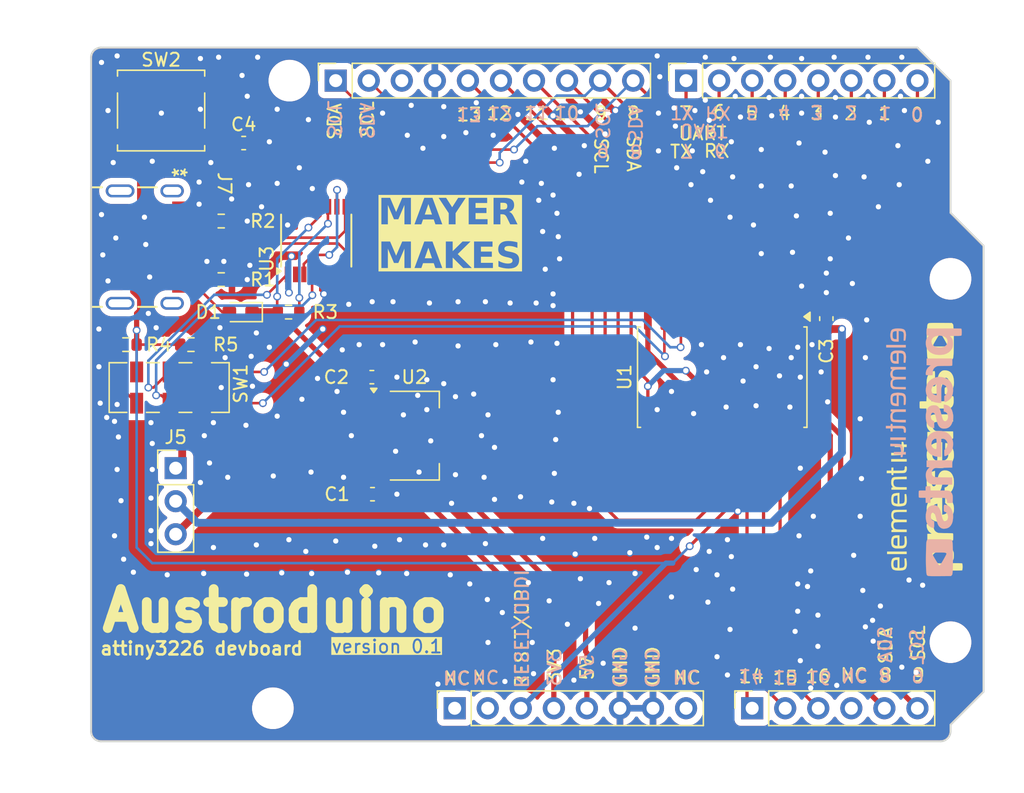
<source format=kicad_pcb>
(kicad_pcb (version 20241229) (generator "pcbnew") (generator_version "9.0")
  (title_block (title "Austroduino") (date "2025-12-09") (rev "v0.1") (company "attiny3226") (comment 1 "a dev board in Uno form factor") (comment 2 "Author: mayermakes") (comment 3 "CC-BY-SA"))
  (layers (0 "F.Cu" signal) (4 "In1.Cu" signal) (6 "In2.Cu" signal) (2 "B.Cu" signal) (13 "F.Paste" user) (15 "B.Paste" user) (5 "F.SilkS" user "F.Silkscreen") (7 "B.SilkS" user "B.Silkscreen") (1 "F.Mask" user) (3 "B.Mask" user) (25 "Edge.Cuts" user))
  (net 0 "")
  (net 1 "GND")
  (net 3 "+5V")
  (net 4 "/IOREF")
  (net 5 "V_op")
  (net 6 "/UPDI")
  (net 7 "Net-(D1-A)")
  (net 8 "/A3")
  (net 9 "/15")
  (net 10 "/16")
  (net 11 "/13")
  (net 12 "/12")
  (net 13 "/AREF")
  (net 14 "/8")
  (net 15 "/7")
  (net 16 "/*11")
  (net 17 "/*10")
  (net 18 "/*9")
  (net 19 "/4")
  (net 20 "/2")
  (net 21 "/*6")
  (net 22 "/*5")
  (net 23 "/TX{slash}1")
  (net 24 "/*3")
  (net 25 "/RX{slash}0")
  (net 26 "+3V3")
  (net 27 "VCC")
  (net 28 "/14")
  (net 30 "Net-(J7-CC1)")
  (net 32 "Net-(J7-CC2)")
  (net 33 "Net-(U3-~{RESET})")
  (net 34 "Net-(SW1B-A)")
  (net 35 "Net-(SW1B-B)")
  (net 36 "Net-(SW1A-B)")
  (net 40 "Net-(U3-3V3OUT)")
  (net 44 "/D+")
  (net 45 "/D-")
  (footprint "Connector_PinSocket_2.54mm:PinSocket_1x08_P2.54mm_Vertical" (layer "F.Cu") (at 127.94 97.46 90)
    (property "Reference" "J1" (hide yes))
    (property "Value" "Power")
  )
  (footprint "Connector_PinSocket_2.54mm:PinSocket_1x06_P2.54mm_Vertical" (layer "F.Cu") (at 150.8 97.46 90)
    (property "Reference" "J3" (hide yes))
    (property "Value" "Analog")
  )
  (footprint "Connector_PinSocket_2.54mm:PinSocket_1x10_P2.54mm_Vertical" (layer "F.Cu") (at 118.796 49.2 90)
    (property "Reference" "J2" (hide yes))
    (property "Value" "Digital/PWM")
  )
  (footprint "Connector_PinSocket_2.54mm:PinSocket_1x08_P2.54mm_Vertical" (layer "F.Cu") (at 145.72 49.2 90)
    (property "Reference" "J4" (hide yes))
    (property "Value" "Digital/PWM")
  )
  (footprint "Capacitor_SMD:C_0603_1608Metric" (layer "F.Cu") (at 121.575 72)
    (property "Reference" "C2")
    (property "Value" "10uF")
  )
  (footprint "Diode_SMD:D_0603_1608Metric_Pad1.05x0.95mm_HandSolder" (layer "F.Cu") (at 111.5 67 180)
    (property "Reference" "D1")
    (property "Value" "D_Schottky")
  )
  (footprint "footprints:2171790001_MOL" (layer "F.Cu") (at 103.5 62 -90)
    (property "Reference" "J7")
    (property "Value" "2171790001")
  )
  (footprint "Capacitor_SMD:C_0603_1608Metric" (layer "F.Cu") (at 111.725 54)
    (property "Reference" "C4")
    (property "Value" "0,1uF")
  )
  (footprint "Resistor_SMD:R_0603_1608Metric" (layer "F.Cu") (at 102.675 69.5 180)
    (property "Reference" "R4")
    (property "Value" "R")
  )
  (footprint "Resistor_SMD:R_0603_1608Metric" (layer "F.Cu") (at 115.175 67)
    (property "Reference" "R3")
    (property "Value" "100k")
  )
  (footprint "Package_TO_SOT_SMD:SOT-223-3_TabPin2" (layer "F.Cu") (at 124.85 76.5)
    (property "Reference" "U2")
    (property "Value" "MCP1825S")
  )
  (footprint "Arduino_MountingHole:MountingHole_3.2mm" (layer "F.Cu") (at 115.24 49.2)
    (property "Reference" "MH1" (hide yes))
    (property "Value" "MountingHole_3.2mm" (hide yes))
  )
  (footprint "Connector_PinHeader_2.54mm:PinHeader_1x03_P2.54mm_Vertical" (layer "F.Cu") (at 106.5 79)
    (property "Reference" "J5")
    (property "Value" "Conn_01x03_Pin")
  )
  (footprint "Package_SO:SSOP-16_3.9x4.9mm_P0.635mm" (layer "F.Cu") (at 117.3 61.5 90)
    (property "Reference" "U3")
    (property "Value" "FT230XS")
  )
  (footprint "Resistor_SMD:R_0603_1608Metric" (layer "F.Cu") (at 107.675 69.5 180)
    (property "Reference" "R5")
    (property "Value" "100k")
  )
  (footprint "Capacitor_SMD:C_0603_1608Metric" (layer "F.Cu") (at 156.5 67.5 90)
    (property "Reference" "C3")
    (property "Value" "0,1uF")
  )
  (footprint "Resistor_SMD:R_0603_1608Metric" (layer "F.Cu") (at 110 60)
    (property "Reference" "R2")
    (property "Value" "5k1")
  )
  (footprint "Package_SO:SOIC-20W_7.5x12.8mm_P1.27mm" (layer "F.Cu") (at 148.5 72 -90)
    (property "Reference" "U1")
    (property "Value" "ATtiny3226-S")
  )
  (footprint "Capacitor_SMD:C_0603_1608Metric" (layer "F.Cu") (at 121.625 81)
    (property "Reference" "C1")
    (property "Value" "10uF")
  )
  (footprint "e14 Presents KiCad Footprints:e14presents logo 20mm silk only v1" (layer "F.Cu") (at 168.109417 71.466321 90)
    (property "Reference" "Ref**" (hide yes))
    (property "Value" "Val**" (hide yes))
  )
  (footprint "Arduino_MountingHole:MountingHole_3.2mm" (layer "F.Cu") (at 113.97 97.46)
    (property "Reference" "MH2" (hide yes))
    (property "Value" "MountingHole_3.2mm" (hide yes))
  )
  (footprint "Arduino_MountingHole:MountingHole_3.2mm" (layer "F.Cu") (at 166.04 64.44)
    (property "Reference" "MH3" (hide yes))
    (property "Value" "MountingHole_3.2mm" (hide yes))
  )
  (footprint "Button_Switch_SMD:SW_SPST_EVQP0" (layer "F.Cu") (at 105.38 51.5)
    (property "Reference" "SW2")
    (property "Value" "SW_Push")
  )
  (footprint "Resistor_SMD:R_0603_1608Metric" (layer "F.Cu") (at 110 64.5)
    (property "Reference" "R1")
    (property "Value" "5k1")
  )
  (footprint "Arduino_MountingHole:MountingHole_3.2mm" (layer "F.Cu") (at 166.04 92.38)
    (property "Reference" "MH4" (hide yes))
    (property "Value" "MountingHole_3.2mm" (hide yes))
  )
  (footprint "Button_Switch_SMD:SW_DPDT_CK_JS202011JCQN" (layer "F.Cu") (at 106 72.8)
    (property "Reference" "SW1")
    (property "Value" "SW_DPDT_x2")
  )
  (footprint "e14 Presents KiCad Footprints:e14presents logo 20mm silk only v1" (layer "B.Cu") (at 168.043963 83.664327 -90)
    (property "Reference" "Ref**" (hide yes))
    (property "Value" "Val**" (hide yes))
  )
  (gr_line (start 166.04 59.36) (end 168.58 61.9) (stroke (width 0.15)) (layer "Edge.Cuts"))
  (gr_line (start 100 99.238) (end 100 47.422) (stroke (width 0.15)) (layer "Edge.Cuts"))
  (gr_line (start 168.58 61.9) (end 168.58 96.19) (stroke (width 0.15)) (layer "Edge.Cuts"))
  (gr_line (start 165.278 100) (end 100.762 100) (stroke (width 0.15)) (layer "Edge.Cuts"))
  (gr_line (start 100.762 46.66) (end 163.5 46.66) (stroke (width 0.15)) (layer "Edge.Cuts"))
  (gr_arc (start 100.762 100) (mid 100.223185 99.776815) (end 100 99.238) (stroke (width 0.15)) (layer "Edge.Cuts"))
  (gr_line (start 168.58 96.19) (end 166.04 98.73) (stroke (width 0.15)) (layer "Edge.Cuts"))
  (gr_line (start 163.5 46.66) (end 166.04 49.2) (stroke (width 0.15)) (layer "Edge.Cuts"))
  (gr_arc (start 166.04 99.238) (mid 165.816815 99.776815) (end 165.278 100) (stroke (width 0.15)) (layer "Edge.Cuts"))
  (gr_line (start 166.04 49.2) (end 166.04 59.36) (stroke (width 0.15)) (layer "Edge.Cuts"))
  (gr_line (start 166.04 98.73) (end 166.04 99.238) (stroke (width 0.15)) (layer "Edge.Cuts"))
  (gr_arc (start 100 47.422) (mid 100.223185 46.883185) (end 100.762 46.66) (stroke (width 0.15)) (layer "Edge.Cuts"))
  (gr_text "8" (at 141.1 52.3 0) (layer "F.SilkS") (effects (font (size 1 1)) (justify left bottom)))
  (gr_text "15" (at 152.3 95.7 0) (layer "F.SilkS") (effects (font (size 1 1)) (justify left bottom)))
  (gr_text "13" (at 128 52.4 0) (layer "F.SilkS") (effects (font (size 1 1)) (justify left bottom)))
  (gr_text "Austroduino" (at 100.5 91.7 0) (layer "F.SilkS") (effects (font (size 3 3) (thickness 0.75) (bold yes)) (justify left bottom)))
  (gr_text "14" (at 149.7 95.6 0) (layer "F.SilkS") (effects (font (size 1 1)) (justify left bottom)))
  (gr_text "TX" (at 144.4 55.25 0) (layer "F.SilkS") (effects (font (size 1 1)) (justify left bottom)))
  (gr_text "10" (at 135.5 52.3 0) (layer "F.SilkS") (effects (font (size 1 1)) (justify left bottom)))
  (gr_text "4" (at 152.7 52.3 0) (layer "F.SilkS") (effects (font (size 1 1)) (justify left bottom)))
  (gr_text "5V" (at 138.7 95.4 90) (layer "F.SilkS") (effects (font (size 1 1)) (justify left bottom)))
  (gr_text "UART" (at 145.05 53.85 0) (layer "F.SilkS") (effects (font (size 1 1)) (justify left bottom)))
  (gr_text "SDA" (at 119.3035 53.85 -270) (layer "F.SilkS") (effects (font (size 1 1)) (justify left bottom)))
  (gr_text "NC" (at 127 95.75 0) (layer "F.SilkS") (effects (font (size 1 1)) (justify left bottom)))
  (gr_text "11" (at 133.2 52.3 0) (layer "F.SilkS") (effects (font (size 1 1)) (justify left bottom)))
  (gr_text "6\n\n" (at 147.7 53.8 0) (layer "F.SilkS") (effects (font (size 1 1)) (justify left bottom)))
  (gr_text "SCL" (at 121.8035 53.65 -270) (layer "F.SilkS") (effects (font (size 1 1)) (justify left bottom)))
  (gr_text "0" (at 162.9 52.4 0) (layer "F.SilkS") (effects (font (size 1 1)) (justify left bottom)))
  (gr_text "2\n" (at 157.8 52.3 0) (layer "F.SilkS") (effects (font (size 1 1)) (justify left bottom)))
  (gr_text "GND" (at 141.25 95.85 90) (layer "F.SilkS") (effects (font (size 1 1)) (justify left bottom)))
  (gr_text "3V3" (at 136.2 95.7 90) (layer "F.SilkS") (effects (font (size 1 1)) (justify left bottom)))
  (gr_text "16" (at 154.8 95.6 0) (layer "F.SilkS") (effects (font (size 1 1)) (justify left bottom)))
  (gr_text "8" (at 160.5 95.5 0) (layer "F.SilkS") (effects (font (size 1 1)) (justify left bottom)))
  (gr_text "SCL" (at 138.6 53.5 270) (layer "F.SilkS") (effects (font (size 1 1)) (justify left bottom)))
  (gr_text "MAYER\nMAKES" (at 122.05 63.95 0) (layer "F.SilkS" knockout) (effects (font (size 2 2) (thickness 0.2) (bold yes)) (justify left bottom)))
  (gr_text "3" (at 155.2 52.3 0) (layer "F.SilkS") (effects (font (size 1 1)) (justify left bottom)))
  (gr_text "attiny3226 devboard" (at 100.6 93.45 0) (layer "F.SilkS") (effects (font (size 1 1) (thickness 0.2) (bold yes)) (justify left bottom)))
  (gr_text "NC" (at 157.5 95.5 0) (layer "F.SilkS") (effects (font (size 1 1)) (justify left bottom)))
  (gr_text "5" (at 150.2 52.3 0) (layer "F.SilkS") (effects (font (size 1 1)) (justify left bottom)))
  (gr_text "SCL" (at 164.15 93.95 90) (layer "F.SilkS") (effects (font (size 1 1)) (justify left bottom)))
  (gr_text "9" (at 163 95.5 0) (layer "F.SilkS") (effects (font (size 1 1)) (justify left bottom)))
  (gr_text "SDA" (at 141.1 53.3 270) (layer "F.SilkS") (effects (font (size 1 1)) (justify left bottom)))
  (gr_text "SDA" (at 161.65 94.15 90) (layer "F.SilkS") (effects (font (size 1 1)) (justify left bottom)))
  (gr_text "12" (at 130.3 52.3 0) (layer "F.SilkS") (effects (font (size 1 1)) (justify left bottom)))
  (gr_text "NC" (at 129.2 95.7 0) (layer "F.SilkS") (effects (font (size 1 1)) (justify left bottom)))
  (gr_text "9" (at 138.6 52.3 0) (layer "F.SilkS") (effects (font (size 1 1)) (justify left bottom)))
  (gr_text "1\n" (at 160.4 52.3 0) (layer "F.SilkS") (effects (font (size 1 1)) (justify left bottom)))
  (gr_text "RESET/UPDI" (at 133.7 96 90) (layer "F.SilkS") (effects (font (size 1 1)) (justify left bottom)))
  (gr_text "version 0.1" (at 118.4 93.3 0) (layer "F.SilkS" knockout) (effects (font (size 1 1)) (justify left bottom)))
  (gr_text "GND" (at 143.75 95.85 90) (layer "F.SilkS") (effects (font (size 1 1)) (justify left bottom)))
  (gr_text "7\n" (at 145.1 52.3 0) (layer "F.SilkS") (effects (font (size 1 1)) (justify left bottom)))
  (gr_text "RX" (at 147 55.2 0) (layer "F.SilkS") (effects (font (size 1 1)) (justify left bottom)))
  (gr_text "NC" (at 144.7 95.7 0) (layer "F.SilkS") (effects (font (size 1 1)) (justify left bottom)))
  (gr_text "9" (at 138.75 53.95 180) (layer "B.SilkS") (effects (font (size 1 1)) (justify left bottom mirror)))
  (gr_text "RX" (at 147.09762 51.1 180) (layer "B.SilkS") (effects (font (size 1 1)) (justify left bottom mirror)))
  (gr_text "RESET/UPDI" (at 132.45 96 270) (layer "B.SilkS") (effects (font (size 1 1)) (justify left bottom mirror)))
  (gr_text "SDA" (at 141.2 54 270) (layer "B.SilkS") (effects (font (size 1 1)) (justify left bottom mirror)))
  (gr_text "1\n" (at 160.45 51.15 180) (layer "B.SilkS") (effects (font (size 1 1)) (justify left bottom mirror)))
  (gr_text "SCL" (at 164.05 91.25 90) (layer "B.SilkS") (effects (font (size 1 1)) (justify left bottom mirror)))
  (gr_text "NC" (at 126.95 94.5 -180) (layer "B.SilkS") (effects (font (size 1 1)) (justify left bottom mirror)))
  (gr_text "11" (at 133.2 51.1 180) (layer "B.SilkS") (effects (font (size 1 1)) (justify left bottom mirror)))
  (gr_text "TX" (at 144.49762 51.05 180) (layer "B.SilkS") (effects (font (size 1 1)) (justify left bottom mirror)))
  (gr_text "12" (at 130.4 51.15 180) (layer "B.SilkS") (effects (font (size 1 1)) (justify left bottom mirror)))
  (gr_text "8" (at 141.3 54.05 180) (layer "B.SilkS") (effects (font (size 1 1)) (justify left bottom mirror)))
  (gr_text "6\n\n" (at 147.79762 52.4 180) (layer "B.SilkS") (effects (font (size 1 1)) (justify left bottom mirror)))
  (gr_text "SCL" (at 118.1 53.6 270) (layer "B.SilkS") (effects (font (size 1 1)) (justify left bottom mirror)))
  (gr_text "9" (at 162.95 94.35 180) (layer "B.SilkS") (effects (font (size 1 1)) (justify left bottom mirror)))
  (gr_text "GND" (at 141.25238 92.75 -270) (layer "B.SilkS") (effects (font (size 1 1)) (justify left bottom mirror)))
  (gr_text "13" (at 128 51.2 180) (layer "B.SilkS") (effects (font (size 1 1)) (justify left bottom mirror)))
  (gr_text "0" (at 162.9 51.2 180) (layer "B.SilkS") (effects (font (size 1 1)) (justify left bottom mirror)))
  (gr_text "8" (at 160.4 94.3 180) (layer "B.SilkS") (effects (font (size 1 1)) (justify left bottom mirror)))
  (gr_text "5V" (at 138.70238 93.2 -270) (layer "B.SilkS") (effects (font (size 1 1)) (justify left bottom mirror)))
  (gr_text "3" (at 155.2 51 180) (layer "B.SilkS") (effects (font (size 1 1)) (justify left bottom mirror)))
  (gr_text "NC" (at 129.20238 94.45 -180) (layer "B.SilkS") (effects (font (size 1 1)) (justify left bottom mirror)))
  (gr_text "SCL" (at 138.7 53.8 270) (layer "B.SilkS") (effects (font (size 1 1)) (justify left bottom mirror)))
  (gr_text "NC" (at 157.55 94.35 180) (layer "B.SilkS") (effects (font (size 1 1)) (justify left bottom mirror)))
  (gr_text "16" (at 154.9 94.5 180) (layer "B.SilkS") (effects (font (size 1 1)) (justify left bottom mirror)))
  (gr_text "15" (at 152.3 94.5 180) (layer "B.SilkS") (effects (font (size 1 1)) (justify left bottom mirror)))
  (gr_text "10" (at 135.5 51.1 180) (layer "B.SilkS") (effects (font (size 1 1)) (justify left bottom mirror)))
  (gr_text "2\n" (at 157.85 51.05 180) (layer "B.SilkS") (effects (font (size 1 1)) (justify left bottom mirror)))
  (gr_text "14" (at 149.65 94.4 180) (layer "B.SilkS") (effects (font (size 1 1)) (justify left bottom mirror)))
  (gr_text "NC" (at 144.6 94.45 -180) (layer "B.SilkS") (effects (font (size 1 1)) (justify left bottom mirror)))
  (gr_text "4" (at 152.65 51 180) (layer "B.SilkS") (effects (font (size 1 1)) (justify left bottom mirror)))
  (gr_text "GND" (at 143.75238 92.75 -270) (layer "B.SilkS") (effects (font (size 1 1)) (justify left bottom mirror)))
  (gr_text "SDA" (at 120.6 53.8 270) (layer "B.SilkS") (effects (font (size 1 1)) (justify left bottom mirror)))
  (gr_text "SDA" (at 161.6 91.05 90) (layer "B.SilkS") (effects (font (size 1 1)) (justify left bottom mirror)))
  (gr_text "7\n" (at 145.19762 54 180) (layer "B.SilkS") (effects (font (size 1 1)) (justify left bottom mirror)))
  (gr_text "UART" (at 145.14762 52.45 180) (layer "B.SilkS") (effects (font (size 1 1)) (justify left bottom mirror)))
  (gr_text "3V3" (at 136.20238 92.9 -270) (layer "B.SilkS") (effects (font (size 1 1)) (justify left bottom mirror)))
  (gr_text "5" (at 150.25 51.05 180) (layer "B.SilkS") (effects (font (size 1 1)) (justify left bottom mirror)))
  (segment (start 106.3 57.75) (end 106.35 57.7) (width 0.2) (layer "F.Cu") (net 0))
  (segment (start 102.45 66.3) (end 102.5 66.35) (width 0.2) (layer "F.Cu") (net 0))
  (segment (start 105.399999 65.199999) (end 104.5 64.3) (width 0.2) (layer "F.Cu") (net 1))
  (segment (start 110.825 60) (end 112 60) (width 0.2) (layer "F.Cu") (net 1))
  (segment (start 121.7 76.5) (end 120 76.5) (width 0.4) (layer "F.Cu") (net 1))
  (segment (start 110.825 64.5) (end 112 64.5) (width 0.2) (layer "F.Cu") (net 1))
  (segment (start 112.5 54) (end 113.6 54) (width 0.2) (layer "F.Cu") (net 1))
  (segment (start 116.9825 57.5175) (end 117 57.5) (width 0.2) (layer "F.Cu") (net 1))
  (segment (start 102.5 49.5) (end 108.26 49.5) (width 0.4) (layer "F.Cu") (net 1))
  (segment (start 122.35 72) (end 123.5 72) (width 0.4) (layer "F.Cu") (net 1))
  (segment (start 106.803199 65.199999) (end 105.399999 65.199999) (width 0.2) (layer "F.Cu") (net 1))
  (segment (start 156.5 66.725) (end 156.5 65.5) (width 0.25) (layer "F.Cu") (net 1))
  (segment (start 128 76.5) (end 128 79.5) (width 0.4) (layer "F.Cu") (net 1))
  (segment (start 116.9825 58.9) (end 116.9825 57.5175) (width 0.2) (layer "F.Cu") (net 1))
  (segment (start 117.6175 64.1) (end 117.6175 65.3175) (width 0.2) (layer "F.Cu") (net 1))
  (segment (start 117.6175 65.3175) (end 117.9 65.6) (width 0.2) (layer "F.Cu") (net 1))
  (segment (start 128 76.5) (end 128 73.5) (width 0.4) (layer "F.Cu") (net 1))
  (segment (start 106.803199 58.799999) (end 105.450001 58.799999) (width 0.2) (layer "F.Cu") (net 1))
  (segment (start 154.215 78.715) (end 154.5 79) (width 0.25) (layer "F.Cu") (net 1))
  (segment (start 104.55 59.7) (end 104.1 59.7) (width 0.2) (layer "F.Cu") (net 1))
  (segment (start 113.6 54) (end 113.7 53.9) (width 0.2) (layer "F.Cu") (net 1))
  (segment (start 105.450001 58.799999) (end 104.55 59.7) (width 0.2) (layer "F.Cu") (net 1))
  (segment (start 122.4 81) (end 123.5 81) (width 0.4) (layer "F.Cu") (net 1))
  (segment (start 154.215 76.65) (end 154.215 78.715) (width 0.25) (layer "F.Cu") (net 1))
  (segment (start 128 76.5) (end 130 76.5) (width 0.4) (layer "F.Cu") (net 1))
  (via (at 143.7 48.9) (size 0.6) (drill 0.4) (layers "F.Cu" "B.Cu") (net 1))
  (via (at 100.9 62.6) (size 0.6) (drill 0.4) (layers "F.Cu" "B.Cu") (net 1))
  (via (at 130.9 53.4) (size 0.6) (drill 0.4) (layers "F.Cu" "B.Cu") (net 1))
  (via (at 116 55.9) (size 0.6) (drill 0.4) (layers "F.Cu" "B.Cu") (net 1))
  (via (at 139.8 87.8) (size 0.6) (drill 0.4) (layers "F.Cu" "B.Cu") (net 1))
  (via (at 108.3 58.7) (size 0.6) (drill 0.4) (layers "F.Cu" "B.Cu") (net 1))
  (via (at 112 50.4) (size 0.6) (drill 0.4) (layers "F.Cu" "B.Cu") (net 1))
  (via (at 112.2 63.4) (size 0.6) (drill 0.4) (layers "F.Cu" "B.Cu") (net 1))
  (via (at 159.7 47.4) (size 0.6) (drill 0.4) (layers "F.Cu" "B.Cu") (net 1))
  (via (at 135.9 74.7) (size 0.6) (drill 0.4) (layers "F.Cu" "B.Cu") (net 1))
  (via (at 130.3 66.2) (size 0.6) (drill 0.4) (layers "F.Cu" "B.Cu") (net 1))
  (via (at 137.5 56.4) (size 0.6) (drill 0.4) (layers "F.Cu" "B.Cu") (net 1))
  (via (at 135.6 54.4) (size 0.6) (drill 0.4) (layers "F.Cu" "B.Cu") (net 1))
  (via (at 132.2 66.3) (size 0.6) (drill 0.4) (layers "F.Cu" "B.Cu") (net 1))
  (via (at 155.3 86.9) (size 0.6) (drill 0.4) (layers "F.Cu" "B.Cu") (net 1))
  (via (at 110 72.8) (size 0.6) (drill 0.4) (layers "F.Cu" "B.Cu") (net 1))
  (via (at 151.5 57.3) (size 0.6) (drill 0.4) (layers "F.Cu" "B.Cu") (net 1))
  (via (at 148.6 70.5) (size 0.6) (drill 0.4) (layers "F.Cu" "B.Cu") (net 1))
  (via (at 155.85 92.7) (size 0.6) (drill 0.4) (layers "F.Cu" "B.Cu") (net 1))
  (via (at 134.7 84.4) (size 0.6) (drill 0.4) (layers "F.Cu" "B.Cu") (net 1))
  (via (at 123.7 84.5) (size 0.6) (drill 0.4) (layers "F.Cu" "B.Cu") (net 1))
  (via (at 156.8 62.9) (size 0.6) (drill 0.4) (layers "F.Cu" "B.Cu") (net 1))
  (via (at 113.7 69.7) (size 0.6) (drill 0.4) (layers "F.Cu" "B.Cu") (net 1))
  (via (at 149.3 56.6) (size 0.6) (drill 0.4) (layers "F.Cu" "B.Cu") (net 1))
  (via (at 108.4 51.4) (size 0.6) (drill 0.4) (layers "F.Cu" "B.Cu") (net 1))
  (via (at 160.6535 89.6) (size 0.6) (drill 0.4) (layers "F.Cu" "B.Cu") (net 1))
  (via (at 119.4 79.7) (size 0.6) (drill 0.4) (layers "F.Cu" "B.Cu") (net 1))
  (via (at 146.3 74.8) (size 0.6) (drill 0.4) (layers "F.Cu" "B.Cu") (net 1))
  (via (at 149.7 82.3) (size 0.6) (drill 0.4) (layers "F.Cu" "B.Cu") (net 1))
  (via (at 157.2 56.5) (size 0.6) (drill 0.4) (layers "F.Cu" "B.Cu") (net 1))
  (via (at 149.1 91.4) (size 0.6) (drill 0.4) (layers "F.Cu" "B.Cu") (net 1))
  (via (at 147 56.2) (size 0.6) (drill 0.4) (layers "F.Cu" "B.Cu") (net 1))
  (via (at 134 94.8) (size 0.6) (drill 0.4) (layers "F.Cu" "B.Cu") (net 1))
  (via (at 162.2 50.4) (size 0.6) (drill 0.4) (layers "F.Cu" "B.Cu") (net 1))
  (via (at 148.1 87.2) (size 0.6) (drill 0.4) (layers "F.Cu" "B.Cu") (net 1))
  (via (at 101.8 75.4) (size 0.6) (drill 0.4) (layers "F.Cu" "B.Cu") (net 1))
  (via (at 152.1 50.5) (size 0.6) (drill 0.4) (layers "F.Cu" "B.Cu") (net 1))
  (via (at 126.1 76.9) (size 0.6) (drill 0.4) (layers "F.Cu" "B.Cu") (net 1))
  (via (at 100.7 74) (size 0.6) (drill 0.4) (layers "F.Cu" "B.Cu") (net 1))
  (via (at 140.3 51.5) (size 0.6) (drill 0.4) (layers "F.Cu" "B.Cu") (net 1))
  (via (at 135.2 89.2) (size 0.6) (drill 0.4) (layers "F.Cu" "B.Cu") (net 1))
  (via (at 130.2 79.7) (size 0.6) (drill 0.4) (layers "F.Cu" "B.Cu") (net 1))
  (via (at 130 76.5) (size 0.6) (drill 0.4) (layers "F.Cu" "B.Cu") (net 1))
  (via (at 165.1 52.4) (size 0.6) (drill 0.4) (layers "F.Cu" "B.Cu") (net 1))
  (via (at 121.6 66.2) (size 0.6) (drill 0.4) (layers "F.Cu" "B.Cu") (net 1))
  (via (at 147.6 58.4) (size 0.6) (drill 0.4) (layers "F.Cu" "B.Cu") (net 1))
  (via (at 116.95 87.1) (size 0.6) (drill 0.4) (layers "F.Cu" "B.Cu") (net 1))
  (via (at 105.85 87.2) (size 0.6) (drill 0.4) (layers "F.Cu" "B.Cu") (net 1))
  (via (at 149.2 85.8) (size 0.6) (drill 0.4) (layers "F.Cu" "B.Cu") (net 1))
  (via (at 159.7 50.4) (size 0.6) (drill 0.4) (layers "F.Cu" "B.Cu") (net 1))
  (via (at 158.2 61.3) (size 0.6) (drill 0.4) (layers "F.Cu" "B.Cu") (net 1))
  (via (at 104.1 59.7) (size 0.6) (drill 0.4) (layers "F.Cu" "B.Cu") (net 1))
  (via (at 143.5 47.3) (size 0.6) (drill 0.4) (layers "F.Cu" "B.Cu") (net 1))
  (via (at 159.5 70.5) (size 0.6) (drill 0.4) (layers "F.Cu" "B.Cu") (net 1))
  (via (at 149.2 53.9) (size 0.6) (drill 0.4) (layers "F.Cu" "B.Cu") (net 1))
  (via (at 108.7 76.5) (size 0.6) (drill 0.4) (layers "F.Cu" "B.Cu") (net 1))
  (via (at 108.4 47.5) (size 0.6) (drill 0.4) (layers "F.Cu" "B.Cu") (net 1))
  (via (at 155.0535 88.1) (size 0.6) (drill 0.4) (layers "F.Cu" "B.Cu") (net 1))
  (via (at 133.1 57) (size 0.6) (drill 0.4) (layers "F.Cu" "B.Cu") (net 1))
  (via (at 137.1 81.7) (size 0.6) (drill 0.4) (layers "F.Cu" "B.Cu") (net 1))
  (via (at 101.8 84.2) (size 0.6) (drill 0.4) (layers "F.Cu" "B.Cu") (net 1))
  (via (at 147.5 85.4) (size 0.6) (drill 0.4) (layers "F.Cu" "B.Cu") (net 1))
  (via (at 154.5 72) (size 0.6) (drill 0.4) (layers "F.Cu" "B.Cu") (net 1))
  (via (at 135.6 79.4) (size 0.6) (drill 0.4) (layers "F.Cu" "B.Cu") (net 1))
  (via (at 109.1 78.6) (size 0.6) (drill 0.4) (layers "F.Cu" "B.Cu") (net 1))
  (via (at 105.4 51.7) (size 0.6) (drill 0.4) (layers "F.Cu" "B.Cu") (net 1))
  (via (at 108.4 80.1) (size 0.6) (drill 0.4) (layers "F.Cu" "B.Cu") (net 1))
  (via (at 147.3 71.6) (size 0.6) (drill 0.4) (layers "F.Cu" "B.Cu") (net 1))
  (via (at 133.4 55.4) (size 0.6) (drill 0.4) (layers "F.Cu" "B.Cu") (net 1))
  (via (at 159.2 79.8) (size 0.6) (drill 0.4) (layers "F.Cu" "B.Cu") (net 1))
  (via (at 123.2 66.2) (size 0.6) (drill 0.4) (layers "F.Cu" "B.Cu") (net 1))
  (via (at 127.1 51.2) (size 0.6) (drill 0.4) (layers "F.Cu" "B.Cu") (net 1))
  (via (at 117.4 72.1) (size 0.6) (drill 0.4) (layers "F.Cu" "B.Cu") (net 1))
  (via (at 104.6 83.8) (size 0.6) (drill 0.4) (layers "F.Cu" "B.Cu") (net 1))
  (via (at 119.4 74.7) (size 0.6) (drill 0.4) (layers "F.Cu" "B.Cu") (net 1))
  (via (at 114.3 51.4) (size 0.6) (drill 0.4) (layers "F.Cu" "B.Cu") (net 1))
  (via (at 112.7 84.9) (size 0.6) (drill 0.4) (layers "F.Cu" "B.Cu") (net 1))
  (via (at 100.6 71.2) (size 0.6) (drill 0.4) (layers "F.Cu" "B.Cu") (net 1))
  (via (at 163.9 88) (size 0.6) (drill 0.4) (layers "F.Cu" "B.Cu") (net 1))
  (via (at 154.3 87.9) (size 0.6) (drill 0.4) (layers "F.Cu" "B.Cu") (net 1))
  (via (at 115.2 84.5) (size 0.6) (drill 0.4) (layers "F.Cu" "B.Cu") (net 1))
  (via (at 147.2 50.7) (size 0.6) (drill 0.4) (layers "F.Cu" "B.Cu") (net 1))
  (via (at 122.4 69.5) (size 0.6) (drill 0.4) (layers "F.Cu" "B.Cu") (net 1))
  (via (at 105 68.2) (size 0.6) (drill 0.4) (layers "F.Cu" "B.Cu") (net 1))
  (via (at 125.7 84.9) (size 0.6) (drill 0.4) (layers "F.Cu" "B.Cu") (net 1))
  (via (at 153.7 74.3) (size 0.6) (drill 0.4) (layers "F.Cu" "B.Cu") (net 1))
  (via (at 128.8 53.2) (size 0.6) (drill 0.4) (layers "F.Cu" "B.Cu") (net 1))
  (via (at 124.3 53.4) (size 0.6) (drill 0.4) (layers "F.Cu" "B.Cu") (net 1))
  (via (at 135.5 51.9) (size 0.6) (drill 0.4) (layers "F.Cu" "B.Cu") (net 1))
  (via (at 112.4 72.7) (size 0.6) (drill 0.4) (layers "F.Cu" "B.Cu") (net 1))
  (via (at 159.1 75.2) (size 0.6) (drill 0.4) (layers "F.Cu" "B.Cu") (net 1))
  (via (at 155.5 82.7) (size 0.6) (drill 0.4) (layers "F.Cu" "B.Cu") (net 1))
  (via (at 110.8 58.3) (size 0.6) (drill 0.4) (layers "F.Cu" "B.Cu") (net 1))
  (via (at 137.9 54.2) (size 0.6) (drill 0.4) (layers "F.Cu" "B.Cu") (net 1))
  (via (at 134.2 66.3) (size 0.6) (drill 0.4) (layers "F.Cu" "B.Cu") (net 1))
  (via (at 135.5 72.2) (size 0.6) (drill 0.4) (layers "F.Cu" "B.Cu") (net 1))
  (via (at 102 79.1) (size 0.6) (drill 0.4) (layers "F.Cu" "B.Cu") (net 1))
  (via (at 143.5 74.5) (size 0.6) (drill 0.4) (layers "F.Cu" "B.Cu") (net 1))
  (via (at 120 76.5) (size 0.6) (drill 0.4) (layers "F.Cu" "B.Cu") (net 1))
  (via (at 163.4 94.7) (size 0.6) (drill 0.4) (layers "F.Cu" "B.Cu") (net 1))
  (via (at 124 74.9) (size 0.6) (drill 0.4) (layers "F.Cu" "B.Cu") (net 1))
  (via (at 135.9 61.2) (size 0.6) (drill 0.4) (layers "F.Cu" "B.Cu") (net 1))
  (via (at 109.8 47.4) (size 0.6) (drill 0.4) (layers "F.Cu" "B.Cu") (net 1))
  (via (at 146.9 69.5) (size 0.6) (drill 0.4) (layers "F.Cu" "B.Cu") (net 1))
  (via (at 150.1 72.3) (size 0.6) (drill 0.4) (layers "F.Cu" "B.Cu") (net 1))
  (via (at 131.8 95.4) (size 0.6) (drill 0.4) (layers "F.Cu" "B.Cu") (net 1))
  (via (at 149.5 50.4) (size 0.6) (drill 0.4) (layers "F.Cu" "B.Cu") (net 1))
  (via (at 113.1 58.9) (size 0.6) (drill 0.4) (layers "F.Cu" "B.Cu") (net 1))
  (via (at 146.1 57.2) (size 0.6) (drill 0.4) (layers "F.Cu" "B.Cu") (net 1))
  (via (at 162.5 51.5) (size 0.6) (drill 0.4) (layers "F.Cu" "B.Cu") (net 1))
  (via (at 127.1 53.5) (size 0.6) (drill 0.4) (layers "F.Cu" "B.Cu") (net 1))
  (via (at 156.1 71.6) (size 0.6) (drill 0.4) (layers "F.Cu" "B.Cu") (net 1))
  (via (at 109.2 55.5) (size 0.6) (drill 0.4) (layers "F.Cu" "B.Cu") (net 1))
  (via (at 160.1 92.3) (size 0.6) (drill 0.4) (layers "F.Cu" "B.Cu") (net 1))
  (via (at 104.7 79.1) (size 0.6) (drill 0.4) (layers "F.Cu" "B.Cu") (net 1))
  (via (at 111.6 48.8) (size 0.6) (drill 0.4) (layers "F.Cu" "B.Cu") (net 1))
  (via (at 154.5 79) (size 0.6) (drill 0.4) (layers "F.Cu" "B.Cu") (net 1))
  (via (at 123.5 81) (size 0.6) (drill 0.4) (layers "F.Cu" "B.Cu") (net 1))
  (via (at 149.3 88.3) (size 0.6) (drill 0.4) (layers "F.Cu" "B.Cu") (net 1))
  (via (at 154.1 91.55) (size 0.6) (drill 0.4) (layers "F.Cu" "B.Cu") (net 1))
  (via (at 154.4 84.2) (size 0.6) (drill 0.4) (layers "F.Cu" "B.Cu") (net 1))
  (via (at 135.7 76.8) (size 0.6) (drill 0.4) (layers "F.Cu" "B.Cu") (net 1))
  (via (at 138.7 84.4) (size 0.6) (drill 0.4) (layers "F.Cu" "B.Cu") (net 1))
  (via (at 137.6 87.5) (size 0.6) (drill 0.4) (layers "F.Cu" "B.Cu") (net 1))
  (via (at 154.6 65) (size 0.6) (drill 0.4) (layers "F.Cu" "B.Cu") (net 1))
  (via (at 100.8 59.5) (size 0.6) (drill 0.4) (layers "F.Cu" "B.Cu") (net 1))
  (via (at 157.2 52) (size 0.6) (drill 0.4) (layers "F.Cu" "B.Cu") (net 1))
  (via (at 114.3 75) (size 0.6) (drill 0.4) (layers "F.Cu" "B.Cu") (net 1))
  (via (at 148.9 94.9) (size 0.6) (drill 0.4) (layers "F.Cu" "B.Cu") (net 1))
  (via (at 157.3 95.7) (size 0.6) (drill 0.4) (layers "F.Cu" "B.Cu") (net 1))
  (via (at 101.9 61.3) (size 0.6) (drill 0.4) (layers "F.Cu" "B.Cu") (net 1))
  (via (at 148.8 74.3) (size 0.6) (drill 0.4) (layers "F.Cu" "B.Cu") (net 1))
  (via (at 115.4 62.7) (size 0.6) (drill 0.4) (layers "F.Cu" "B.Cu") (net 1))
  (via (at 156.5 64) (size 0.6) (drill 0.4) (layers "F.Cu" "B.Cu") (net 1))
  (via (at 124.9 69.3) (size 0.6) (drill 0.4) (layers "F.Cu" "B.Cu") (net 1))
  (via (at 102 47.3) (size 0.6) (drill 0.4) (layers "F.Cu" "B.Cu") (net 1))
  (via (at 139.5 53.3) (size 0.6) (drill 0.4) (layers "F.Cu" "B.Cu") (net 1))
  (via (at 135.5 66.5) (size 0.6) (drill 0.4) (layers "F.Cu" "B.Cu") (net 1))
  (via (at 129.6 50.9) (size 0.6) (drill 0.4) (layers "F.Cu" "B.Cu") (net 1))
  (via (at 131 77.4) (size 0.6) (drill 0.4) (layers "F.Cu" "B.Cu") (net 1))
  (via (at 141.8 87.1) (size 0.6) (drill 0.4) (layers "F.Cu" "B.Cu") (net 1))
  (via (at 141.4 85.5) (size 0.6) (drill 0.4) (layers "F.Cu" "B.Cu") (net 1))
  (via (at 149.4 47.5) (size 0.6) (drill 0.4) (layers "F.Cu" "B.Cu") (net 1))
  (via (at 152.3 51.9) (size 0.6) (drill 0.4) (layers "F.Cu" "B.Cu") (net 1))
  (via (at 134.4 58.4) (size 0.6) (drill 0.4) (layers "F.Cu" "B.Cu") (net 1))
  (via (at 104.7 77.1) (size 0.6) (drill 0.4) (layers "F.Cu" "B.Cu") (net 1))
  (via (at 122.4 51.7) (size 0.6) (drill 0.4) (layers "F.Cu" "B.Cu") (net 1))
  (via (at 133.8 69.3) (size 0.6) (drill 0.4) (layers "F.Cu" "B.Cu") (net 1))
  (via (at 104.6 75.5) (size 0.6) (drill 0.4) (layers "F.Cu" "B.Cu") (net 1))
  (via (at 127.7 81.7) (size 0.6) (drill 0.4) (layers "F.Cu" "B.Cu") (net 1))
  (via (at 143.6 51.7) (size 0.6) (drill 0.4) (layers "F.Cu" "B.Cu") (net 1))
  (via (at 133.6 87.8) (size 0.6) (drill 0.4) (layers "F.Cu" "B.Cu") (net 1))
  (via (at 130.5 92.4) (size 0.6) (drill 0.4) (layers "F.Cu" "B.Cu") (net 1))
  (via (at 104.6 84.8) (size 0.6) (drill 0.4) (layers "F.Cu" "B.Cu") (net 1))
  (via (at 122.1 87.05) (size 0.6) (drill 0.4) (layers "F.Cu" "B.Cu") (net 1))
  (via (at 141.8 91.3) (size 0.6) (drill 0.4) (layers "F.Cu" "B.Cu") (net 1))
  (via (at 162.3 47.4) (size 0.6) (drill 0.4) (layers "F.Cu" "B.Cu") (net 1))
  (via (at 114 79.6) (size 0.6) (drill 0.4) (layers "F.Cu" "B.Cu") (net 1))
  (via (at 159.3 88.4) (size 0.6) (drill 0.4) (layers "F.Cu" "B.Cu") (net 1))
  (via (at 144.6 88.9) (size 0.6) (drill 0.4) (layers "F.Cu" "B.Cu") (net 1))
  (via (at 125.5 54.4) (size 0.6) (drill 0.4) (layers "F.Cu" "B.Cu") (net 1))
  (via (at 112.1 57.2) (size 0.6) (drill 0.4) (layers "F.Cu" "B.Cu") (net 1))
  (via (at 125.8 72.2) (size 0.6) (drill 0.4) (layers "F.Cu" "B.Cu") (net 1))
  (via (at 101.2 75.1) (size 0.6) (drill 0.4) (layers "F.Cu" "B.Cu") (net 1))
  (via (at 125.2 79.3) (size 0.6) (drill 0.4) (layers "F.Cu" "B.Cu") (net 1))
  (via (at 152.2 47.4) (size 0.6) (drill 0.4) (layers "F.Cu" "B.Cu") (net 1))
  (via (at 159.6 67.6) (size 0.6) (drill 0.4) (layers "F.Cu" "B.Cu") (net 1))
  (via (at 127.6 87.2) (size 0.6) (drill 0.4) (layers "F.Cu" "B.Cu") (net 1))
  (via (at 130.3 84.8) (size 0.6) (drill 0.4) (layers "F.Cu" "B.Cu") (net 1))
  (via (at 156.8 59.4) (size 0.6) (drill 0.4) (layers "F.Cu" "B.Cu") (net 1))
  (via (at 153.8 70.5) (size 0.6) (drill 0.4) (layers "F.Cu" "B.Cu") (net 1))
  (via (at 154.4 54) (size 0.6) (drill 0.4) (layers "F.Cu" "B.Cu") (net 1))
  (via (at 108.3 57) (size 0.6) (drill 0.4) (layers "F.Cu" "B.Cu") (net 1))
  (via (at 137.6 51.6) (size 0.6) (drill 0.4) (layers "F.Cu" "B.Cu") (net 1))
  (via (at 143.6 54.6) (size 0.6) (drill 0.4) (layers "F.Cu" "B.Cu") (net 1))
  (via (at 110.3 70.5) (size 0.6) (drill 0.4) (layers "F.Cu" "B.Cu") (net 1))
  (via (at 152.1 69.8) (size 0.6) (drill 0.4) (layers "F.Cu" "B.Cu") (net 1))
  (via (at 159.8 52.4) (size 0.6) (drill 0.4) (layers "F.Cu" "B.Cu") (net 1))
  (via (at 127.1 72.5) (size 0.6) (drill 0.4) (layers "F.Cu" "B.Cu") (net 1))
  (via (at 154.6 50.4) (size 0.6) (drill 0.4) (layers "F.Cu" "B.Cu") (net 1))
  (via (at 153.9 62.4) (size 0.6) (drill 0.4) (layers "F.Cu" "B.Cu") (net 1))
  (via (at 162.1 57.2) (size 0.6) (drill 0.4) (layers "F.Cu" "B.Cu") (net 1))
  (via (at 128.2 66.2) (size 0.6) (drill 0.4) (layers "F.Cu" "B.Cu") (net 1))
  (via (at 154.3 90) (size 0.6) (drill 0.4) (layers "F.Cu" "B.Cu") (net 1))
  (via (at 154.6 51.7) (size 0.6) (drill 0.4) (layers "F.Cu" "B.Cu") (net 1))
  (via (at 108.65 87.1) (size 0.6) (drill 0.4) (layers "F.Cu" "B.Cu") (net 1))
  (via (at 123.5 72) (size 0.6) (drill 0.4) (layers "F.Cu" "B.Cu") (net 1))
  (via (at 104.2 61.8) (size 0.6) (drill 0.4) (layers "F.Cu" "B.Cu") (net 1))
  (via (at 147.5 52.25) (size 0.6) (drill 0.4) (layers "F.Cu" "B.Cu") (net 1))
  (via (at 116.9 79.3) (size 0.6) (drill 0.4) (layers "F.Cu" "B.Cu") (net 1))
  (via (at 133 81.2) (size 0.6) (drill 0.4) (layers "F.Cu" "B.Cu") (net 1))
  (via (at 148.9 84.5) (size 0.6) (drill 0.4) (layers "F.Cu" "B.Cu") (net 1))
  (via (at 109.9 68.2) (size 0.6) (drill 0.4) (layers "F.Cu" "B.Cu") (net 1))
  (via (at 134.6 57.1) (size 0.6) (drill 0.4) (layers "F.Cu" "B.Cu") (net 1))
  (via (at 114.65 87.05) (size 0.6) (drill 0.4) (layers "F.Cu" "B.Cu") (net 1))
  (via (at 116.2 73.7) (size 0.6) (drill 0.4) (layers "F.Cu" "B.Cu") (net 1))
  (via (at 110.2 63.1) (size 0.6) (drill 0.4) (layers "F.Cu" "B.Cu") (net 1))
  (via (at 124.25 87.1) (size 0.6) (drill 0.4) (layers "F.Cu" "B.Cu") (net 1))
  (via (at 102 74.1) (size 0.6) (drill 0.4) (layers "F.Cu" "B.Cu") (net 1))
  (via (at 149.1 59.7) (size 0.6) (drill 0.4) (layers "F.Cu" "B.Cu") (net 1))
  (via (at 155.8535 90.3) (size 0.6) (drill 0.4) (layers "F.Cu" "B.Cu") (net 1))
  (via (at 155.3 95.9) (size 0.6) (drill 0.4) (layers "F.Cu" "B.Cu") (net 1))
  (via (at 162.8535 87.6) (size 0.6) (drill 0.4) (layers "F.Cu" "B.Cu") (net 1))
  (via (at 146.2 54.6) (size 0.6) (drill 0.4) (layers "F.Cu" "B.Cu") (net 1))
  (via (at 151.1 74.2) (size 0.6) (drill 0.4) (layers "F.Cu" "B.Cu") (net 1))
  (via (at 143.5 85.1) (size 0.6) (drill 0.4) (layers "F.Cu" "B.Cu") (net 1))
  (via (at 156.5 65.5) (size 0.6) (drill 0.4) (layers "F.Cu" "B.Cu") (net 1))
  (via (at 119.7 87) (size 0.6) (drill 0.4) (layers "F.Cu" "B.Cu") (net 1))
  (via (at 158.5 64.8) (size 0.6) (drill 0.4) (layers "F.Cu" "B.Cu") (net 1))
  (via (at 129.4 73.3) (size 0.6) (drill 0.4) (layers "F.Cu" "B.Cu") (net 1))
  (via (at 139.35 94) (size 0.6) (drill 0.4) (layers "F.Cu" "B.Cu") (net 1))
  (via (at 130.45 89.1) (size 0.6) (drill 0.4) (layers "F.Cu" "B.Cu") (net 1))
  (via (at 151.1 71.2) (size 0.6) (drill 0.4) (layers "F.Cu" "B.Cu") (net 1))
  (via (at 153.8 57.3) (size 0.6) (drill 0.4) (layers "F.Cu" "B.Cu") (net 1))
  (via (at 135.8 69.4) (size 0.6) (drill 0.4) (layers "F.Cu" "B.Cu") (net 1))
  (via (at 135.5 58) (size 0.6) (drill 0.4) (layers "F.Cu" "B.Cu") (net 1))
  (via (at 160.5 58.9) (size 0.6) (drill 0.4) (layers "F.Cu" "B.Cu") (net 1))
  (via (at 135.5 65.6) (size 0.6) (drill 0.4) (layers "F.Cu" "B.Cu") (net 1))
  (via (at 125.1 73.4) (size 0.6) (drill 0.4) (layers "F.Cu" "B.Cu") (net 1))
  (via (at 151.5 54.5) (size 0.6) (drill 0.4) (layers "F.Cu" "B.Cu") (net 1))
  (via (at 112.3 70.4) (size 0.6) (drill 0.4) (layers "F.Cu" "B.Cu") (net 1))
  (via (at 115.2 65.5) (size 0.6) (drill 0.4) (layers "F.Cu" "B.Cu") (net 1))
  (via (at 139 89.4) (size 0.6) (drill 0.4) (layers "F.Cu" "B.Cu") (net 1))
  (via (at 104.7 55.4) (size 0.6) (drill 0.4) (layers "F.Cu" "B.Cu") (net 1))
  (via (at 126 66.3) (size 0.6) (drill 0.4) (layers "F.Cu" "B.Cu") (net 1))
  (via (at 159.1 82.7) (size 0.6) (drill 0.4) (layers "F.Cu" "B.Cu") (net 1))
  (via (at 102.1 76.6) (size 0.6) (drill 0.4) (layers "F.Cu" "B.Cu") (net 1))
  (via (at 131.1 69.5) (size 0.6) (drill 0.4) (layers "F.Cu" "B.Cu") (net 1))
  (via (at 156.4 54.7) (size 0.6) (drill 0.4) (layers "F.Cu" "B.Cu") (net 1))
  (via (at 123.4 77.7) (size 0.6) (drill 0.4) (layers "F.Cu" "B.Cu") (net 1))
  (via (at 128 79.5) (size 0.6) (drill 0.4) (layers "F.Cu" "B.Cu") (net 1))
  (via (at 136.6 91) (size 0.6) (drill 0.4) (layers "F.Cu" "B.Cu") (net 1))
  (via (at 152.9 71.9) (size 0.6) (drill 0.4) (layers "F.Cu" "B.Cu") (net 1))
  (via (at 159.5 91.2) (size 0.6) (drill 0.4) (layers "F.Cu" "B.Cu") (net 1))
  (via (at 128 73.5) (size 0.6) (drill 0.4) (layers "F.Cu" "B.Cu") (net 1))
  (via (at 146.5 86.8) (size 0.6) (drill 0.4) (layers "F.Cu" "B.Cu") (net 1))
  (via (at 130.5 74.9) (size 0.6) (drill 0.4) (layers "F.Cu" "B.Cu") (net 1))
  (via (at 144.6 84.4) (size 0.6) (drill 0.4) (layers "F.Cu" "B.Cu") (net 1))
  (via (at 134.9 63.7) (size 0.6) (drill 0.4) (layers "F.Cu" "B.Cu") (net 1))
  (via (at 101.3 51.5) (size 0.6) (drill 0.4) (layers "F.Cu" "B.Cu") (net 1))
  (via (at 125.8 74.5) (size 0.6) (drill 0.4) (layers "F.Cu" "B.Cu") (net 1))
  (via (at 151.5 62.5) (size 0.6) (drill 0.4) (layers "F.Cu" "B.Cu") (net 1))
  (via (at 103.25 87) (size 0.6) (drill 0.4) (layers "F.Cu" "B.Cu") (net 1))
  (via (at 137.2 85.6) (size 0.6) (drill 0.4) (layers "F.Cu" "B.Cu") (net 1))
  (via (at 112 60) (size 0.6) (drill 0.4) (layers "F.Cu" "B.Cu") (net 1))
  (via (at 119.3 69.9) (size 0.6) (drill 0.4) (layers "F.Cu" "B.Cu") (net 1))
  (via (at 118.9 73.1) (size 0.6) (drill 0.4) (layers "F.Cu" "B.Cu") (net 1))
  (via (at 129.1 87.9) (size 0.6) (drill 0.4) (layers "F.Cu" "B.Cu") (net 1))
  (via (at 158.6 85.7) (size 0.6) (drill 0.4) (layers "F.Cu" "B.Cu") (net 1))
  (via (at 142.7 84.3) (size 0.6) (drill 0.4) (layers "F.Cu" "B.Cu") (net 1))
  (via (at 135.4 81.6) (size 0.6) (drill 0.4) (layers "F.Cu" "B.Cu") (net 1))
  (via (at 133.9 92.4) (size 0.6) (drill 0.4) (layers "F.Cu" "B.Cu") (net 1))
  (via (at 116.5 85.4) (size 0.6) (drill 0.4) (layers "F.Cu" "B.Cu") (net 1))
  (via (at 134.7 60.8) (size 0.6) (drill 0.4) (layers "F.Cu" "B.Cu") (net 1))
  (via (at 100.6 68.3) (size 0.6) (drill 0.4) (layers "F.Cu" "B.Cu") (net 1))
  (via (at 117 57.5) (size 0.6) (drill 0.4) (layers "F.Cu" "B.Cu") (net 1))
  (via (at 149.9 69.5) (size 0.6) (drill 0.4) (layers "F.Cu" "B.Cu") (net 1))
  (via (at 104.5 64.3) (size 0.6) (drill 0.4) (layers "F.Cu" "B.Cu") (net 1))
  (via (at 154.2 59.6) (size 0.6) (drill 0.4) (layers "F.Cu" "B.Cu") (net 1))
  (via (at 117.8 68.3) (size 0.6) (drill 0.4) (layers "F.Cu" "B.Cu") (net 1))
  (via (at 115 71) (size 0.6) (drill 0.4) (layers "F.Cu" "B.Cu") (net 1))
  (via (at 116.7 52.2) (size 0.6) (drill 0.4) (layers "F.Cu" "B.Cu") (net 1))
  (via (at 164.3 55.4) (size 0.6) (drill 0.4) (layers "F.Cu" "B.Cu") (net 1))
  (via (at 121.8 85) (size 0.6) (drill 0.4) (layers "F.Cu" "B.Cu") (net 1))
  (via (at 146.4 51.5) (size 0.6) (drill 0.4) (layers "F.Cu" "B.Cu") (net 1))
  (via (at 101.7 55.5) (size 0.6) (drill 0.4) (layers "F.Cu" "B.Cu") (net 1))
  (via (at 127.1 84.9) (size 0.6) (drill 0.4) (layers "F.Cu" "B.Cu") (net 1))
  (via (at 104.6 81.3) (size 0.6) (drill 0.4) (layers "F.Cu" "B.Cu") (net 1))
  (via (at 144.9 52.7) (size 0.6) (drill 0.4) (layers "F.Cu" "B.Cu") (net 1))
  (via (at 136 62.9) (size 0.6) (drill 0.4) (layers "F.Cu" "B.Cu") (net 1))
  (via (at 108.9 63.1) (size 0.6) (drill 0.4) (layers "F.Cu" "B.Cu") (net 1))
  (via (at 147.2 47.4) (size 0.6) (drill 0.4) (layers "F.Cu" "B.Cu") (net 1))
  (via (at 111.95 87.15) (size 0.6) (drill 0.4) (layers "F.Cu" "B.Cu") (net 1))
  (via (at 109.4 75.5) (size 0.6) (drill 0.4) (layers "F.Cu" "B.Cu") (net 1))
  (via (at 162.3 94.3) (size 0.6) (drill 0.4) (layers "F.Cu" "B.Cu") (net 1))
  (via (at 147.4 89.3) (size 0.6) (drill 0.4) (layers "F.Cu" "B.Cu") (net 1))
  (via (at 162 54.2) (size 0.6) (drill 0.4) (layers "F.Cu" "B.Cu") (net 1))
  (via (at 110.5 79.7) (size 0.6) (drill 0.4) (layers "F.Cu" "B.Cu") (net 1))
  (via (at 111.9 75.7) (size 0.6) (drill 0.4) (layers "F.Cu" "B.Cu") (net 1))
  (via (at 102.5 86) (size 0.6) (drill 0.4) (layers "F.Cu" "B.Cu") (net 1))
  (via (at 114.3 57.1) (size 0.6) (drill 0.4) (layers "F.Cu" "B.Cu") (net 1))
  (via (at 112.7 68.6) (size 0.6) (drill 0.4) (layers "F.Cu" "B.Cu") (net 1))
  (via (at 124.6 51.1) (size 0.6) (drill 0.4) (layers "F.Cu" "B.Cu") (net 1))
  (via (at 150.9 60.3) (size 0.6) (drill 0.4) (layers "F.Cu" "B.Cu") (net 1))
  (via (at 154.5 93.8) (size 0.6) (drill 0.4) (layers "F.Cu" "B.Cu") (net 1))
  (via (at 112.8 47.4) (size 0.6) (drill 0.4) (layers "F.Cu" "B.Cu") (net 1))
  (via (at 100.8 47.8) (size 0.6) (drill 0.4) (layers "F.Cu" "B.Cu") (net 1))
  (via (at 113.7 53.9) (size 0.6) (drill 0.4) (layers "F.Cu" "B.Cu") (net 1))
  (via (at 138.3 82.1) (size 0.6) (drill 0.4) (layers "F.Cu" "B.Cu") (net 1))
  (via (at 135.8 59.4) (size 0.6) (drill 0.4) (layers "F.Cu" "B.Cu") (net 1))
  (via (at 112 64.5) (size 0.6) (drill 0.4) (layers "F.Cu" "B.Cu") (net 1))
  (via (at 101.3 64.6) (size 0.6) (drill 0.4) (layers "F.Cu" "B.Cu") (net 1))
  (via (at 119.8 66.4) (size 0.6) (drill 0.4) (layers "F.Cu" "B.Cu") (net 1))
  (via (at 120.6 69.5) (size 0.6) (drill 0.4) (layers "F.Cu" "B.Cu") (net 1))
  (via (at 156.6 73.9) (size 0.6) (drill 0.4) (layers "F.Cu" "B.Cu") (net 1))
  (via (at 149.9 52) (size 0.6) (drill 0.4) (layers "F.Cu" "B.Cu") (net 1))
  (via (at 126.65 95.6) (size 0.6) (drill 0.4) (layers "F.Cu" "B.Cu") (net 1))
  (via (at 159.4 56.6) (size 0.6) (drill 0.4) (layers "F.Cu" "B.Cu") (net 1))
  (via (at 157.2 50.5) (size 0.6) (drill 0.4) (layers "F.Cu" "B.Cu") (net 1))
  (via (at 131.6 90.1) (size 0.6) (drill 0.4) (layers "F.Cu" "B.Cu") (net 1))
  (via (at 109.4 85.1) (size 0.6) (drill 0.4) (layers "F.Cu" "B.Cu") (net 1))
  (via (at 154.6 47.5) (size 0.6) (drill 0.4) (layers "F.Cu" "B.Cu") (net 1))
  (via (at 155.4 69.5) (size 0.6) (drill 0.4) (layers "F.Cu" "B.Cu") (net 1))
  (via (at 117.9 65.6) (size 0.6) (drill 0.4) (layers "F.Cu" "B.Cu") (net 1))
  (via (at 157.1 47.4) (size 0.6) (drill 0.4) (layers "F.Cu" "B.Cu") (net 1))
  (via (at 118.8 84.6) (size 0.6) (drill 0.4) (layers "F.Cu" "B.Cu") (net 1))
  (via (at 132.8 51.8) (size 0.6) (drill 0.4) (layers "F.Cu" "B.Cu") (net 1))
  (via (at 131 81.4) (size 0.6) (drill 0.4) (layers "F.Cu" "B.Cu") (net 1))
  (via (at 145 55.9) (size 0.6) (drill 0.4) (layers "F.Cu" "B.Cu") (net 1))
  (via (at 137.1 95.3) (size 0.6) (drill 0.4) (layers "F.Cu" "B.Cu") (net 1))
  (via (at 148.1 93.5) (size 0.6) (drill 0.4) (layers "F.Cu" "B.Cu") (net 1))
  (via (at 154.3 69.7) (size 0.6) (drill 0.4) (layers "F.Cu" "B.Cu") (net 1))
  (via (at 128.2 69.6) (size 0.6) (drill 0.4) (layers "F.Cu" "B.Cu") (net 1))
  (via (at 144.8 51.3) (size 0.6) (drill 0.4) (layers "F.Cu" "B.Cu") (net 1))
  (via (at 102.3 81.5) (size 0.6) (drill 0.4) (layers "F.Cu" "B.Cu") (net 1))
  (via (at 104.4 67.1) (size 0.6) (drill 0.4) (layers "F.Cu" "B.Cu") (net 1))
  (via (at 144.6 73.1) (size 0.6) (drill 0.4) (layers "F.Cu" "B.Cu") (net 1))
  (via (at 115.1 60.3) (size 0.6) (drill 0.4) (layers "F.Cu" "B.Cu") (net 1))
  (via (at 160.0535 90.7) (size 0.6) (drill 0.4) (layers "F.Cu" "B.Cu") (net 1))
  (segment (start 121.7 74.2) (end 138 90.5) (width 0.4) (layer "F.Cu") (net 3))
  (segment (start 117.6175 58.9) (end 117.6175 59.5825) (width 0.2) (layer "F.Cu") (net 3))
  (segment (start 114.3 65.8) (end 114.3 66.95) (width 0.2) (layer "F.Cu") (net 3))
  (segment (start 121.7 72.9) (end 120.8 72) (width 0.4) (layer "F.Cu") (net 3))
  (segment (start 119.35 72) (end 114.35 67) (width 0.4) (layer "F.Cu") (net 3))
  (segment (start 107.001 70.999) (end 107.001 78.499) (width 0.6) (layer "F.Cu") (net 3))
  (segment (start 108.5 69.5) (end 109.875 69.5) (width 0.6) (layer "F.Cu") (net 3))
  (segment (start 138.1 93.2) (end 138.1 97.46) (width 0.4) (layer "F.Cu") (net 3))
  (segment (start 114.3 66.95) (end 114.35 67) (width 0.2) (layer "F.Cu") (net 3))
  (segment (start 138 93.1) (end 138.1 93.2) (width 0.4) (layer "F.Cu") (net 3))
  (segment (start 120.8 72) (end 119.35 72) (width 0.4) (layer "F.Cu") (net 3))
  (segment (start 108.5 69.5) (end 107.001 70.999) (width 0.6) (layer "F.Cu") (net 3))
  (segment (start 138 90.5) (end 138 93.1) (width 0.4) (layer "F.Cu") (net 3))
  (segment (start 107.001 78.499) (end 106.5 79) (width 0.6) (layer "F.Cu") (net 3))
  (segment (start 117.6175 59.5825) (end 116.7 60.5) (width 0.2) (layer "F.Cu") (net 3))
  (segment (start 109.875 69.5) (end 112.375 67) (width 0.6) (layer "F.Cu") (net 3))
  (segment (start 112.375 67) (end 114.35 67) (width 0.6) (layer "F.Cu") (net 3))
  (segment (start 121.7 74.2) (end 121.7 72.9) (width 0.4) (layer "F.Cu") (net 3))
  (via (at 116.7 60.5) (size 0.6) (drill 0.4) (layers "F.Cu" "B.Cu") (net 3))
  (via (at 114.3 65.8) (size 0.6) (drill 0.4) (layers "F.Cu" "B.Cu") (net 3))
  (segment (start 114.3 62.9) (end 114.3 65.8) (width 0.2) (layer "B.Cu") (net 3))
  (segment (start 116.7 60.5) (end 114.3 62.9) (width 0.2) (layer "B.Cu") (net 3))
  (segment (start 155.14 68.275) (end 154.215 67.35) (width 0.4) (layer "F.Cu") (net 5))
  (segment (start 157.7 68.3) (end 156.525 68.3) (width 0.6) (layer "F.Cu") (net 5))
  (segment (start 156.5 68.275) (end 155.14 68.275) (width 0.4) (layer "F.Cu") (net 5))
  (segment (start 156.525 68.3) (end 156.5 68.275) (width 0.6) (layer "F.Cu") (net 5))
  (via (at 157.7 68.3) (size 0.6) (drill 0.4) (layers "F.Cu" "B.Cu") (net 5))
  (segment (start 156.1 79.4) (end 157.7 77.8) (width 0.6) (layer "B.Cu") (net 5))
  (segment (start 157.7 77.8) (end 157.7 68.3) (width 0.6) (layer "B.Cu") (net 5))
  (segment (start 152.3 83.2) (end 156.1 79.4) (width 0.6) (layer "B.Cu") (net 5))
  (segment (start 106.5 81.54) (end 108.16 83.2) (width 0.6) (layer "B.Cu") (net 5))
  (segment (start 108.16 83.2) (end 117.5 83.2) (width 0.6) (layer "B.Cu") (net 5))
  (segment (start 117.5 83.2) (end 152.3 83.2) (width 0.6) (layer "B.Cu") (net 5))
  (segment (start 103.734099 66.865901) (end 103.5 67.1) (width 0.4) (layer "F.Cu") (net 6))
  (segment (start 149.135 81.865) (end 146.5 84.5) (width 0.25) (layer "F.Cu") (net 6))
  (segment (start 108.26 53.5) (end 110.45 53.5) (width 0.4) (layer "F.Cu") (net 6))
  (segment (start 103.734099 54.734099) (end 103.734099 59.074537) (width 0.4) (layer "F.Cu") (net 6))
  (segment (start 103.5 67.1) (end 103.5 69.5) (width 0.4) (layer "F.Cu") (net 6))
  (segment (start 103.5 69.5) (end 106.85 69.5) (width 0.2) (layer "F.Cu") (net 6))
  (segment (start 103.734099 59.074537) (end 103.209059 59.599577) (width 0.4) (layer "F.Cu") (net 6))
  (segment (start 149.135 76.65) (end 149.135 81.865) (width 0.25) (layer "F.Cu") (net 6))
  (segment (start 110.45 53.5) (end 110.95 54) (width 0.4) (layer "F.Cu") (net 6))
  (segment (start 102.5 53.5) (end 108.26 53.5) (width 0.4) (layer "F.Cu") (net 6))
  (segment (start 146.5 84.5) (end 146 85) (width 0.25) (layer "F.Cu") (net 6))
  (segment (start 103.5 69.5) (end 103.5 71.6) (width 0.2) (layer "F.Cu") (net 6))
  (segment (start 102.5 53.5) (end 103.734099 54.734099) (width 0.4) (layer "F.Cu") (net 6))
  (segment (start 103.5 69.5) (end 103.5 68.4) (width 0.2) (layer "F.Cu") (net 6))
  (segment (start 103.734099 65.94874) (end 103.734099 66.865901) (width 0.4) (layer "F.Cu") (net 6))
  (segment (start 103.209059 65.4237) (end 103.734099 65.94874) (width 0.4) (layer "F.Cu") (net 6))
  (segment (start 103.209059 59.599577) (end 103.209059 65.4237) (width 0.4) (layer "F.Cu") (net 6))
  (via (at 103.5 68.4) (size 0.6) (drill 0.4) (layers "F.Cu" "B.Cu") (net 6))
  (via (at 146 85) (size 0.6) (drill 0.4) (layers "F.Cu" "B.Cu") (net 6))
  (segment (start 104.7 86.3) (end 144.7 86.3) (width 0.2) (layer "B.Cu") (net 6))
  (segment (start 103.5 68.4) (end 103.5 85.1) (width 0.2) (layer "B.Cu") (net 6))
  (segment (start 144.18 86.3) (end 144.7 86.3) (width 0.4) (layer "B.Cu") (net 6))
  (segment (start 103.5 85.1) (end 104.7 86.3) (width 0.2) (layer "B.Cu") (net 6))
  (segment (start 144.7 86.3) (end 146 85) (width 0.2) (layer "B.Cu") (net 6))
  (segment (start 133.02 97.46) (end 144.18 86.3) (width 0.4) (layer "B.Cu") (net 6))
  (segment (start 104.874972 63.424972) (end 105.85 64.4) (width 0.2) (layer "F.Cu") (net 7))
  (segment (start 106.127358 59.6) (end 104.874972 60.852386) (width 0.2) (layer "F.Cu") (net 7))
  (segment (start 105.85 64.4) (end 106.803199 64.4) (width 0.2) (layer "F.Cu") (net 7))
  (segment (start 110.625 67) (end 110.0815 67) (width 0.2) (layer "F.Cu") (net 7))
  (segment (start 104.874972 60.852386) (end 104.874972 63.424972) (width 0.2) (layer "F.Cu") (net 7))
  (segment (start 106.803199 59.6) (end 106.127358 59.6) (width 0.2) (layer "F.Cu") (net 7))
  (segment (start 107.4815 64.4) (end 106.803199 64.4) (width 0.2) (layer "F.Cu") (net 7))
  (segment (start 110.0815 67) (end 107.4815 64.4) (width 0.2) (layer "F.Cu") (net 7))
  (segment (start 151.675 76.65) (end 151.675 95.795) (width 0.25) (layer "F.Cu") (net 9))
  (segment (start 151.675 95.795) (end 153.34 97.46) (width 0.25) (layer "F.Cu") (net 9))
  (segment (start 152.945 76.65) (end 152.945 94.525) (width 0.25) (layer "F.Cu") (net 10))
  (segment (start 152.945 94.525) (end 155.88 97.46) (width 0.25) (layer "F.Cu") (net 10))
  (segment (start 128.956 49.2) (end 137 57.244) (width 0.25) (layer "F.Cu") (net 11))
  (segment (start 140.5 83) (end 146.5 83) (width 0.25) (layer "F.Cu") (net 11))
  (segment (start 137 79.5) (end 140.5 83) (width 0.25) (layer "F.Cu") (net 11))
  (segment (start 146.5 83) (end 147.865 81.635) (width 0.25) (layer "F.Cu") (net 11))
  (segment (start 137 57.244) (end 137 79.5) (width 0.25) (layer "F.Cu") (net 11))
  (segment (start 147.865 81.635) (end 147.865 76.65) (width 0.25) (layer "F.Cu") (net 11))
  (segment (start 141 82) (end 145.5 82) (width 0.25) (layer "F.Cu") (net 12))
  (segment (start 138.5 56.204) (end 138.5 79.5) (width 0.25) (layer "F.Cu") (net 12))
  (segment (start 138.5 79.5) (end 141 82) (width 0.25) (layer "F.Cu") (net 12))
  (segment (start 146.595 80.905) (end 146.595 76.65) (width 0.25) (layer "F.Cu") (net 12))
  (segment (start 145.5 82) (end 146.595 80.905) (width 0.25) (layer "F.Cu") (net 12))
  (segment (start 131.496 49.2) (end 138.5 56.204) (width 0.25) (layer "F.Cu") (net 12))
  (segment (start 142.785 50.329) (end 142.785 67.35) (width 0.25) (layer "F.Cu") (net 14))
  (segment (start 156.8 93.3) (end 156.8 76.5) (width 0.4) (layer "F.Cu") (net 14))
  (segment (start 147.808636 75.1) (end 142.785 70.076364) (width 0.4) (layer "F.Cu") (net 14))
  (segment (start 160.96 97.46) (end 156.8 93.3) (width 0.4) (layer "F.Cu") (net 14))
  (segment (start 155.4 75.1) (end 147.808636 75.1) (width 0.4) (layer "F.Cu") (net 14))
  (segment (start 141.656 49.2) (end 142.785 50.329) (width 0.25) (layer "F.Cu") (net 14))
  (segment (start 126.636 54.5) (end 132.5 54.5) (width 0.2) (layer "F.Cu") (net 14))
  (segment (start 156.8 76.5) (end 155.4 75.1) (width 0.4) (layer "F.Cu") (net 14))
  (segment (start 121.336 49.2) (end 126.636 54.5) (width 0.2) (layer "F.Cu") (net 14))
  (segment (start 142.785 70.076364) (end 142.785 67.35) (width 0.4) (layer "F.Cu") (net 14))
  (via (at 132.5 54.5) (size 0.6) (drill 0.4) (layers "F.Cu" "B.Cu") (net 14))
  (segment (start 132.5 54.5) (end 134.301 52.699) (width 0.2) (layer "B.Cu") (net 14))
  (segment (start 138.157 52.699) (end 141.656 49.2) (width 0.2) (layer "B.Cu") (net 14))
  (segment (start 134.301 52.699) (end 138.157 52.699) (width 0.2) (layer "B.Cu") (net 14))
  (segment (start 108.5 74) (end 113.2 74) (width 0.2) (layer "F.Cu") (net 15))
  (segment (start 144.1 70.4) (end 144.055 70.355) (width 0.2) (layer "F.Cu") (net 15))
  (segment (start 144.055 67.35) (end 144.055 55.445) (width 0.25) (layer "F.Cu") (net 15))
  (segment (start 144.055 70.355) (end 144.055 67.35) (width 0.2) (layer "F.Cu") (net 15))
  (segment (start 144.055 55.445) (end 145.72 53.78) (width 0.25) (layer "F.Cu") (net 15))
  (segment (start 145.72 53.78) (end 145.72 49.2) (width 0.25) (layer "F.Cu") (net 15))
  (via (at 113.2 74) (size 0.6) (drill 0.4) (layers "F.Cu" "B.Cu") (net 15))
  (via (at 144.1 70.4) (size 0.6) (drill 0.4) (layers "F.Cu" "B.Cu") (net 15))
  (segment (start 141.6 68.1) (end 141.8 68.1) (width 0.2) (layer "B.Cu") (net 15))
  (segment (start 113.2 74) (end 119.1 68.1) (width 0.2) (layer "B.Cu") (net 15))
  (segment (start 119.1 68.1) (end 141.6 68.1) (width 0.2) (layer "B.Cu") (net 15))
  (segment (start 141.8 68.1) (end 144.1 70.4) (width 0.2) (layer "B.Cu") (net 15))
  (segment (start 134.036 49.2) (end 139.5 54.664) (width 0.25) (layer "F.Cu") (net 16))
  (segment (start 141 81) (end 144.5 81) (width 0.25) (layer "F.Cu") (net 16))
  (segment (start 144.5 81) (end 145.325 80.175) (width 0.25) (layer "F.Cu") (net 16))
  (segment (start 145.325 80.175) (end 145.325 76.65) (width 0.25) (layer "F.Cu") (net 16))
  (segment (start 139.5 54.664) (end 139.5 79.5) (width 0.25) (layer "F.Cu") (net 16))
  (segment (start 139.5 79.5) (end 141 81) (width 0.25) (layer "F.Cu") (net 16))
  (segment (start 140.5 79) (end 141.5 80) (width 0.25) (layer "F.Cu") (net 17))
  (segment (start 141.5 80) (end 143 80) (width 0.25) (layer "F.Cu") (net 17))
  (segment (start 140.5 53.124) (end 140.5 79) (width 0.25) (layer "F.Cu") (net 17))
  (segment (start 136.576 49.2) (end 140.5 53.124) (width 0.25) (layer "F.Cu") (net 17))
  (segment (start 144.055 78.945) (end 144.055 76.65) (width 0.25) (layer "F.Cu") (net 17))
  (segment (start 143 80) (end 144.055 78.945) (width 0.25) (layer "F.Cu") (net 17))
  (segment (start 157.6 91.56) (end 157.6 87.8) (width 0.4) (layer "F.Cu") (net 18))
  (segment (start 142.785 72.285) (end 142.785 72.7) (width 0.25) (layer "F.Cu") (net 18))
  (segment (start 142.785 72.7) (end 142.785 76.65) (width 0.25) (layer "F.Cu") (net 18))
  (segment (start 125.096 55.5) (end 131.4 55.5) (width 0.2) (layer "F.Cu") (net 18))
  (segment (start 154.649942 73.5) (end 154.6 73.5) (width 0.4) (layer "F.Cu") (net 18))
  (segment (start 118.796 49.2) (end 125.096 55.5) (width 0.2) (layer "F.Cu") (net 18))
  (segment (start 147.7 73.5) (end 145.7 71.5) (width 0.4) (layer "F.Cu") (net 18))
  (segment (start 157.6 76.450058) (end 154.649942 73.5) (width 0.4) (layer "F.Cu") (net 18))
  (segment (start 154.6 73.5) (end 147.7 73.5) (width 0.4) (layer "F.Cu") (net 18))
  (segment (start 157.6 87.8) (end 157.6 76.450058) (width 0.4) (layer "F.Cu") (net 18))
  (segment (start 139.116 49.2) (end 141.5 51.584) (width 0.25) (layer "F.Cu") (net 18))
  (segment (start 141.5 71) (end 142.785 72.285) (width 0.25) (layer "F.Cu") (net 18))
  (segment (start 163.5 97.46) (end 157.6 91.56) (width 0.4) (layer "F.Cu") (net 18))
  (segment (start 141.5 51.584) (end 141.5 71) (width 0.25) (layer "F.Cu") (net 18))
  (via (at 131.4 55.5) (size 0.6) (drill 0.4) (layers "F.Cu" "B.Cu") (net 18))
  (via (at 142.785 72.7) (size 0.6) (drill 0.4) (layers "F.Cu" "B.Cu") (net 18))
  (via (at 145.7 71.5) (size 0.6) (drill 0.4) (layers "F.Cu" "B.Cu") (net 18))
  (segment (start 131.4 55.5) (end 131.4 54.750057) (width 0.2) (layer "B.Cu") (net 18))
  (segment (start 143.985 71.5) (end 142.785 72.7) (width 0.4) (layer "B.Cu") (net 18))
  (segment (start 145.7 71.5) (end 143.985 71.5) (width 0.4) (layer "B.Cu") (net 18))
  (segment (start 131.4 54.750057) (end 135.799057 50.351) (width 0.2) (layer "B.Cu") (net 18))
  (segment (start 137.965 50.351) (end 139.116 49.2) (width 0.2) (layer "B.Cu") (net 18))
  (segment (start 135.799057 50.351) (end 137.965 50.351) (width 0.2) (layer "B.Cu") (net 18))
  (segment (start 147.865 59.635) (end 147.865 67.35) (width 0.25) (layer "F.Cu") (net 19))
  (segment (start 153.34 54.16) (end 147.865 59.635) (width 0.25) (layer "F.Cu") (net 19))
  (segment (start 153.34 49.2) (end 153.34 54.16) (width 0.25) (layer "F.Cu") (net 19))
  (segment (start 158.42 53.92) (end 150.405 62.095) (width 0.25) (layer "F.Cu") (net 20))
  (segment (start 150.405 62.095) (end 150.405 67.35) (width 0.25) (layer "F.Cu") (net 20))
  (segment (start 158.42 49.2) (end 158.42 53.92) (width 0.25) (layer "F.Cu") (net 20))
  (segment (start 145.3 69.7) (end 145.325 69.675) (width 0.2) (layer "F.Cu") (net 21))
  (segment (start 145.325 69.675) (end 145.325 67.35) (width 0.2) (layer "F.Cu") (net 21))
  (segment (start 148.26 49.2) (end 148.26 53.74) (width 0.25) (layer "F.Cu") (net 21))
  (segment (start 148.26 53.74) (end 145.325 56.675) (width 0.25) (layer "F.Cu") (net 21))
  (segment (start 145.325 56.675) (end 145.325 67.35) (width 0.25) (layer "F.Cu") (net 21))
  (segment (start 108.5 71.6) (end 113.3 71.6) (width 0.2) (layer "F.Cu") (net 21))
  (via (at 113.3 71.6) (size 0.6) (drill 0.4) (layers "F.Cu" "B.Cu") (net 21))
  (via (at 145.3 69.7) (size 0.6) (drill 0.4) (layers "F.Cu" "B.Cu") (net 21))
  (segment (start 113.3 71.6) (end 117.3 67.6) (width 0.2) (layer "B.Cu") (net 21))
  (segment (start 142.4 67.6) (end 144.5 69.7) (width 0.2) (layer "B.Cu") (net 21))
  (segment (start 144.5 69.7) (end 145.3 69.7) (width 0.2) (layer "B.Cu") (net 21))
  (segment (start 117.3 67.6) (end 142.4 67.6) (width 0.2) (layer "B.Cu") (net 21))
  (segment (start 150.8 49.2) (end 150.8 53.7) (width 0.25) (layer "F.Cu") (net 22))
  (segment (start 146.595 57.905) (end 146.595 67.35) (width 0.25) (layer "F.Cu") (net 22))
  (segment (start 150.8 53.7) (end 146.595 57.905) (width 0.25) (layer "F.Cu") (net 22))
  (segment (start 151.675 63.325) (end 151.675 67.35) (width 0.25) (layer "F.Cu") (net 23))
  (segment (start 160.96 49.2) (end 160.96 53.96) (width 0.25) (layer "F.Cu") (net 23))
  (segment (start 160.96 53.96) (end 151.675 63.325) (width 0.25) (layer "F.Cu") (net 23))
  (segment (start 149.135 60.865) (end 149.135 67.35) (width 0.25) (layer "F.Cu") (net 24))
  (segment (start 155.88 53.88) (end 149.135 60.865) (width 0.25) (layer "F.Cu") (net 24))
  (segment (start 155.88 49.2) (end 155.88 53.88) (width 0.25) (layer "F.Cu") (net 24))
  (segment (start 163.5 54) (end 152.945 64.555) (width 0.25) (layer "F.Cu") (net 25))
  (segment (start 163.5 49.2) (end 163.5 54) (width 0.25) (layer "F.Cu") (net 25))
  (segment (start 152.945 64.555) (end 152.945 67.35) (width 0.25) (layer "F.Cu") (net 25))
  (segment (start 135.56 97.46) (end 135.56 91.36) (width 0.4) (layer "F.Cu") (net 26))
  (segment (start 121.7 78.8) (end 121.7 80.15) (width 0.4) (layer "F.Cu") (net 26))
  (segment (start 106.5 84.08) (end 109.58 81) (width 0.6) (layer "F.Cu") (net 26))
  (segment (start 135.56 91.36) (end 123 78.8) (width 0.4) (layer "F.Cu") (net 26))
  (segment (start 109.58 81) (end 120.85 81) (width 0.6) (layer "F.Cu") (net 26))
  (segment (start 121.7 80.15) (end 120.85 81) (width 0.4) (layer "F.Cu") (net 26))
  (segment (start 123 78.8) (end 121.7 78.8) (width 0.4) (layer "F.Cu") (net 26))
  (segment (start 150.405 97.065) (end 150.8 97.46) (width 0.25) (layer "F.Cu") (net 28))
  (segment (start 150.405 76.65) (end 150.405 97.065) (width 0.25) (layer "F.Cu") (net 28))
  (segment (start 107.75 60.75) (end 108.5 60) (width 0.2) (layer "F.Cu") (net 30))
  (segment (start 106.803199 60.75) (end 107.75 60.75) (width 0.2) (layer "F.Cu") (net 30))
  (segment (start 108.5 60) (end 109.175 60) (width 0.2) (layer "F.Cu") (net 30))
  (segment (start 108.5 64.5) (end 109.175 64.5) (width 0.2) (layer "F.Cu") (net 32))
  (segment (start 106.803199 63.75006) (end 107.75006 63.75006) (width 0.2) (layer "F.Cu") (net 32))
  (segment (start 107.75006 63.75006) (end 108.5 64.5) (width 0.2) (layer "F.Cu") (net 32))
  (segment (start 116 67) (end 116 65.9) (width 0.2) (layer "F.Cu") (net 33))
  (segment (start 118.2 60.2) (end 118.2 58.9525) (width 0.2) (layer "F.Cu") (net 33))
  (segment (start 118.2 58.9525) (end 118.2525 58.9) (width 0.2) (layer "F.Cu") (net 33))
  (via (at 116 65.9) (size 0.6) (drill 0.4) (layers "F.Cu" "B.Cu") (net 33))
  (via (at 118.2 60.2) (size 0.6) (drill 0.4) (layers "F.Cu" "B.Cu") (net 33))
  (segment (start 116 62.4) (end 118.2 60.2) (width 0.2) (layer "B.Cu") (net 33))
  (segment (start 116 65.9) (end 116 62.4) (width 0.2) (layer "B.Cu") (net 33))
  (segment (start 101.85 69.5) (end 101.85 72.35) (width 0.2) (layer "F.Cu") (net 34))
  (segment (start 101.85 72.35) (end 103.5 74) (width 0.2) (layer "F.Cu") (net 34))
  (segment (start 116.9825 65.6825) (end 117 65.7) (width 0.2) (layer "F.Cu") (net 35))
  (segment (start 116.9825 64.1) (end 116.9825 65.6825) (width 0.2) (layer "F.Cu") (net 35))
  (segment (start 105 73.4) (end 105.4 73.4) (width 0.2) (layer "F.Cu") (net 35))
  (segment (start 105.4 73.4) (end 106 74) (width 0.2) (layer "F.Cu") (net 35))
  (via (at 117 65.7) (size 0.6) (drill 0.4) (layers "F.Cu" "B.Cu") (net 35))
  (via (at 105 73.4) (size 0.6) (drill 0.4) (layers "F.Cu" "B.Cu") (net 35))
  (segment (start 117 65.7) (end 117 65.749943) (width 0.2) (layer "B.Cu") (net 35))
  (segment (start 105 70.7) (end 105 73.4) (width 0.2) (layer "B.Cu") (net 35))
  (segment (start 109.199 66.501) (end 105 70.7) (width 0.2) (layer "B.Cu") (net 35))
  (segment (start 117 65.749943) (end 116.248943 66.501) (width 0.2) (layer "B.Cu") (net 35))
  (segment (start 116.248943 66.501) (end 109.401 66.501) (width 0.2) (layer "B.Cu") (net 35))
  (segment (start 109.401 66.501) (end 109.199 66.501) (width 0.2) (layer "B.Cu") (net 35))
  (segment (start 104.4 72.8) (end 104.8 72.8) (width 0.2) (layer "F.Cu") (net 36))
  (segment (start 113.510883 65.666617) (end 113.510883 65.66848) (width 0.2) (layer "F.Cu") (net 36))
  (segment (start 104.8 72.8) (end 106 71.6) (width 0.2) (layer "F.Cu") (net 36))
  (segment (start 115.0775 64.1) (end 113.510883 65.666617) (width 0.2) (layer "F.Cu") (net 36))
  (via (at 104.4 72.8) (size 0.6) (drill 0.4) (layers "F.Cu" "B.Cu") (net 36))
  (via (at 113.510883 65.66848) (size 0.6) (drill 0.4) (layers "F.Cu" "B.Cu") (net 36))
  (segment (start 107.76645 67.36645) (end 104.4 70.7329) (width 0.2) (layer "B.Cu") (net 36))
  (segment (start 104.4 70.7329) (end 104.4 72.8) (width 0.2) (layer "B.Cu") (net 36))
  (segment (start 113.510883 65.66848) (end 109.46442 65.66848) (width 0.2) (layer "B.Cu") (net 36))
  (segment (start 109.46442 65.66848) (end 107.76645 67.36645) (width 0.2) (layer "B.Cu") (net 36))
  (segment (start 116.3475 64.1) (end 116.3475 63.3) (width 0.2) (layer "F.Cu") (net 40))
  (segment (start 117.0475 62.6) (end 118.3 62.6) (width 0.2) (layer "F.Cu") (net 40))
  (segment (start 118.8875 58.9) (end 118.8875 57.6125) (width 0.2) (layer "F.Cu") (net 40))
  (segment (start 118.8875 57.6125) (end 118.9 57.6) (width 0.2) (layer "F.Cu") (net 40))
  (segment (start 116.3475 63.3) (end 117.0475 62.6) (width 0.2) (layer "F.Cu") (net 40))
  (via (at 118.3 62.6) (size 0.6) (drill 0.4) (layers "F.Cu" "B.Cu") (net 40))
  (via (at 118.9 57.6) (size 0.6) (drill 0.4) (layers "F.Cu" "B.Cu") (net 40))
  (segment (start 118.3 62.6) (end 118.9 62) (width 0.2) (layer "B.Cu") (net 40))
  (segment (start 118.9 62) (end 118.9 57.6) (width 0.2) (layer "B.Cu") (net 40))
  (segment (start 106.803199 62.750059) (end 107.774971 62.750059) (width 0.2) (layer "F.Cu") (net 44))
  (segment (start 113.849644 61.72503) (end 114.354865 61.72503) (width 0.2) (layer "F.Cu") (net 44))
  (segment (start 119 61.72503) (end 119.5225 62.24753) (width 0.2) (layer "F.Cu") (net 44))
  (segment (start 112.889644 61.96503) (end 112.889644 62.222309) (width 0.2) (layer "F.Cu") (net 44))
  (segment (start 111.089644 62.222309) (end 111.089644 61.96503) (width 0.2) (layer "F.Cu") (net 44))
  (segment (start 119.5225 62.24753) (end 119.5225 64.1) (width 0.2) (layer "F.Cu") (net 44))
  (segment (start 112.289644 62.222334) (end 112.289644 61.96503) (width 0.2) (layer "F.Cu") (net 44))
  (segment (start 111.329644 61.72503) (end 111.449644 61.72503) (width 0.2) (layer "F.Cu") (net 44))
  (segment (start 110.729644 62.462309) (end 110.849644 62.462309) (width 0.2) (layer "F.Cu") (net 44))
  (segment (start 113.489644 62.222309) (end 113.489644 61.96503) (width 0.2) (layer "F.Cu") (net 44))
  (segment (start 113.129644 62.462309) (end 113.249644 62.462309) (width 0.2) (layer "F.Cu") (net 44))
  (segment (start 107.68542 61.72503) (end 108.8 61.72503) (width 0.2) (layer "F.Cu") (net 44))
  (segment (start 111.689644 61.96503) (end 111.689644 62.222334) (width 0.2) (layer "F.Cu") (net 44))
  (segment (start 107.66045 61.75) (end 107.68542 61.72503) (width 0.2) (layer "F.Cu") (net 44))
  (segment (start 113.729644 61.72503) (end 113.849644 61.72503) (width 0.2) (layer "F.Cu") (net 44))
  (segment (start 107.774971 62.750059) (end 108.8 61.72503) (width 0.2) (layer "F.Cu") (net 44))
  (segment (start 108.8 61.72503) (end 110.249644 61.72503) (width 0.2) (layer "F.Cu") (net 44))
  (segment (start 106.803199 61.75) (end 107.66045 61.75) (width 0.2) (layer "F.Cu") (net 44))
  (segment (start 110.489644 61.96503) (end 110.489644 62.222309) (width 0.2) (layer "F.Cu") (net 44))
  (segment (start 111.929644 62.462334) (end 112.049644 62.462334) (width 0.2) (layer "F.Cu") (net 44))
  (segment (start 112.529644 61.72503) (end 112.649644 61.72503) (width 0.2) (layer "F.Cu") (net 44))
  (segment (start 114.354865 61.72503) (end 119 61.72503) (width 0.2) (layer "F.Cu") (net 44))
  (arc (start 112.049644 62.462334) (mid 112.21935 62.39204) (end 112.289644 62.222334) (width 0.2) (layer "F.Cu") (net 44))
  (arc (start 111.449644 61.72503) (mid 111.61935 61.795324) (end 111.689644 61.96503) (width 0.2) (layer "F.Cu") (net 44))
  (arc (start 110.489644 62.222309) (mid 110.559938 62.392015) (end 110.729644 62.462309) (width 0.2) (layer "F.Cu") (net 44))
  (arc (start 110.849644 62.462309) (mid 111.01935 62.392015) (end 111.089644 62.222309) (width 0.2) (layer "F.Cu") (net 44))
  (arc (start 113.489644 61.96503) (mid 113.559938 61.795324) (end 113.729644 61.72503) (width 0.2) (layer "F.Cu") (net 44))
  (arc (start 111.689644 62.222334) (mid 111.759938 62.39204) (end 111.929644 62.462334) (width 0.2) (layer "F.Cu") (net 44))
  (arc (start 113.249644 62.462309) (mid 113.41935 62.392015) (end 113.489644 62.222309) (width 0.2) (layer "F.Cu") (net 44))
  (arc (start 112.889644 62.222309) (mid 112.959938 62.392015) (end 113.129644 62.462309) (width 0.2) (layer "F.Cu") (net 44))
  (arc (start 112.289644 61.96503) (mid 112.359938 61.795324) (end 112.529644 61.72503) (width 0.2) (layer "F.Cu") (net 44))
  (arc (start 110.249644 61.72503) (mid 110.41935 61.795324) (end 110.489644 61.96503) (width 0.2) (layer "F.Cu") (net 44))
  (arc (start 112.649644 61.72503) (mid 112.81935 61.795324) (end 112.889644 61.96503) (width 0.2) (layer "F.Cu") (net 44))
  (arc (start 111.089644 61.96503) (mid 111.159938 61.795324) (end 111.329644 61.72503) (width 0.2) (layer "F.Cu") (net 44))
  (segment (start 107.66045 61.25006) (end 107.68542 61.27503) (width 0.2) (layer "F.Cu") (net 45))
  (segment (start 105.3 62) (end 105.3 61.6) (width 0.2) (layer "F.Cu") (net 45))
  (segment (start 119 61.27503) (end 119.5225 60.75253) (width 0.2) (layer "F.Cu") (net 45))
  (segment (start 119.5225 60.75253) (end 119.5225 58.9) (width 0.2) (layer "F.Cu") (net 45))
  (segment (start 105.3 61.6) (end 105.64994 61.25006) (width 0.2) (layer "F.Cu") (net 45))
  (segment (start 105.55 62.25) (end 105.3 62) (width 0.2) (layer "F.Cu") (net 45))
  (segment (start 106.803199 62.25) (end 105.55 62.25) (width 0.2) (layer "F.Cu") (net 45))
  (segment (start 106.803199 61.25006) (end 107.66045 61.25006) (width 0.2) (layer "F.Cu") (net 45))
  (segment (start 107.68542 61.27503) (end 119 61.27503) (width 0.2) (layer "F.Cu") (net 45))
  (segment (start 105.64994 61.25006) (end 106.803199 61.25006) (width 0.2) (layer "F.Cu") (net 45))
  (zone (net 1) (net_name "GND") (layers "F.Cu" "B.Cu" "In1.Cu" "In2.Cu") (connect_pads (clearance 0.508)) (min_thickness 0.25) (fill yes (thermal_gap 0.5) (thermal_bridge_width 0.5))
    (polygon (pts (xy 93.5 43) (xy 171.5 43.6) (xy 171.7 104) (xy 93 103.4)))
  )
)
</source>
